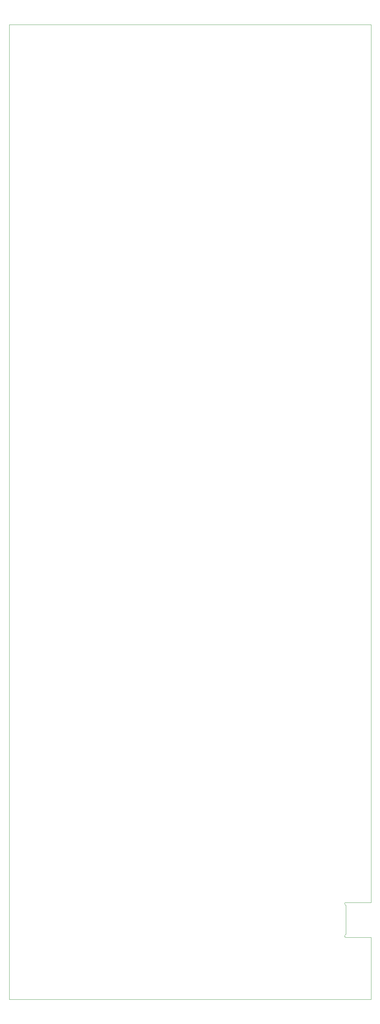
<source format=gbr>
G04 #@! TF.GenerationSoftware,KiCad,Pcbnew,(6.0.4-0)*
G04 #@! TF.CreationDate,2023-02-13T16:27:08-08:00*
G04 #@! TF.ProjectId,widaq-magis-ssr-v2b,77696461-712d-46d6-9167-69732d737372,rev?*
G04 #@! TF.SameCoordinates,Original*
G04 #@! TF.FileFunction,Profile,NP*
%FSLAX46Y46*%
G04 Gerber Fmt 4.6, Leading zero omitted, Abs format (unit mm)*
G04 Created by KiCad (PCBNEW (6.0.4-0)) date 2023-02-13 16:27:08*
%MOMM*%
%LPD*%
G01*
G04 APERTURE LIST*
G04 #@! TA.AperFunction,Profile*
%ADD10C,0.050000*%
G04 #@! TD*
G04 #@! TA.AperFunction,Profile*
%ADD11C,0.010000*%
G04 #@! TD*
G04 APERTURE END LIST*
D10*
X348271668Y-343325000D02*
X348271668Y-326875000D01*
X252250000Y-85125000D02*
X252250000Y-343350000D01*
X252250000Y-343350000D02*
X348271668Y-343325000D01*
X348271668Y-317635000D02*
X348271668Y-85125000D01*
X348271668Y-85125000D02*
X252250000Y-85125000D01*
D11*
X348271668Y-326875000D02*
X341571668Y-326875000D01*
X348271668Y-317635000D02*
X341571668Y-317635000D01*
X341571668Y-326055380D02*
X341571668Y-318454620D01*
X341571667Y-317634998D02*
G75*
G03*
X341421668Y-318194810I1J-300002D01*
G01*
X341421668Y-326315191D02*
G75*
G03*
X341571668Y-326055380I-149997J259806D01*
G01*
X341571653Y-318454620D02*
G75*
G03*
X341421668Y-318194810I-299985J20D01*
G01*
X341421668Y-326315192D02*
G75*
G03*
X341571668Y-326875000I149999J-259808D01*
G01*
M02*

</source>
